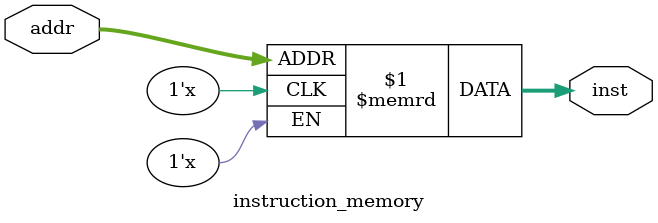
<source format=v>
`include "../defines.v"

module instruction_memory (
    input  wire [8:0]  addr,     // Word address (no shift needed)
    output wire [15:0] inst      // 16-bit instruction output
);

    reg [15:0] imem [0:255];    // Word-addressed memory
    
    // Direct word addressing
    assign inst = imem[addr];    // Removed shift since addr is now word address
    
    // Memory initialization removed - will be done by testbench

endmodule
</source>
